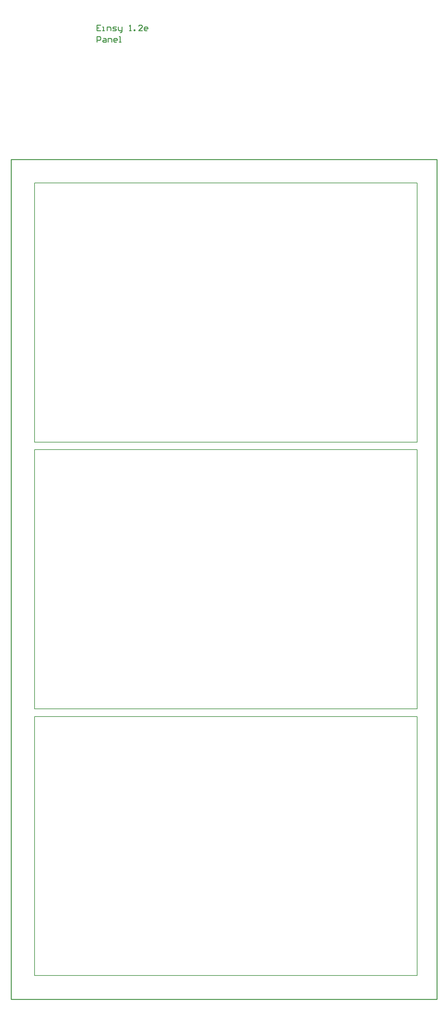
<source format=gm1>
G04*
G04 #@! TF.GenerationSoftware,Altium Limited,Altium Designer,21.0.8 (223)*
G04*
G04 Layer_Color=16711935*
%FSLAX24Y24*%
%MOIN*%
G70*
G04*
G04 #@! TF.SameCoordinates,E1815635-7A5D-4FD7-A7C0-F7DF1B681885*
G04*
G04*
G04 #@! TF.FilePolarity,Positive*
G04*
G01*
G75*
%ADD12C,0.0100*%
%ADD14C,0.0080*%
G54D12*
X9272Y9272D02*
X9272Y99862D01*
X55272D01*
X55272Y9272D02*
X55272Y99862D01*
X9272Y9272D02*
X55272D01*
X18922Y114371D02*
X18522D01*
Y113772D01*
X18922D01*
X18522Y114072D02*
X18722D01*
X19121Y113772D02*
X19321D01*
X19221D01*
Y114172D01*
X19121D01*
X19621Y113772D02*
Y114172D01*
X19921D01*
X20021Y114072D01*
Y113772D01*
X20221D02*
X20521D01*
X20621Y113872D01*
X20521Y113972D01*
X20321D01*
X20221Y114072D01*
X20321Y114172D01*
X20621D01*
X20821D02*
Y113872D01*
X20921Y113772D01*
X21221D01*
Y113672D01*
X21121Y113572D01*
X21021D01*
X21221Y113772D02*
Y114172D01*
X22021Y113772D02*
X22220D01*
X22120D01*
Y114371D01*
X22021Y114271D01*
X22520Y113772D02*
Y113872D01*
X22620D01*
Y113772D01*
X22520D01*
X23420D02*
X23020D01*
X23420Y114172D01*
Y114271D01*
X23320Y114371D01*
X23120D01*
X23020Y114271D01*
X23920Y113772D02*
X23720D01*
X23620Y113872D01*
Y114072D01*
X23720Y114172D01*
X23920D01*
X24020Y114072D01*
Y113972D01*
X23620D01*
X18522Y112522D02*
Y113121D01*
X18822D01*
X18922Y113021D01*
Y112822D01*
X18822Y112722D01*
X18522D01*
X19221Y112922D02*
X19421D01*
X19521Y112822D01*
Y112522D01*
X19221D01*
X19121Y112622D01*
X19221Y112722D01*
X19521D01*
X19721Y112522D02*
Y112922D01*
X20021D01*
X20121Y112822D01*
Y112522D01*
X20621D02*
X20421D01*
X20321Y112622D01*
Y112822D01*
X20421Y112922D01*
X20621D01*
X20721Y112822D01*
Y112722D01*
X20321D01*
X20921Y112522D02*
X21121D01*
X21021D01*
Y113121D01*
X20921D01*
G54D14*
X11811Y39764D02*
X53150D01*
X11811Y11811D02*
X53150D01*
X11811D02*
Y39764D01*
X53150Y11811D02*
Y39764D01*
X11811Y68543D02*
X53150D01*
X11811Y40591D02*
X53150D01*
X11811D02*
Y68543D01*
X53150Y40591D02*
Y68543D01*
X11811Y97323D02*
X53150D01*
X11811Y69370D02*
X53150D01*
X11811D02*
Y97323D01*
X53150Y69370D02*
Y97323D01*
M02*

</source>
